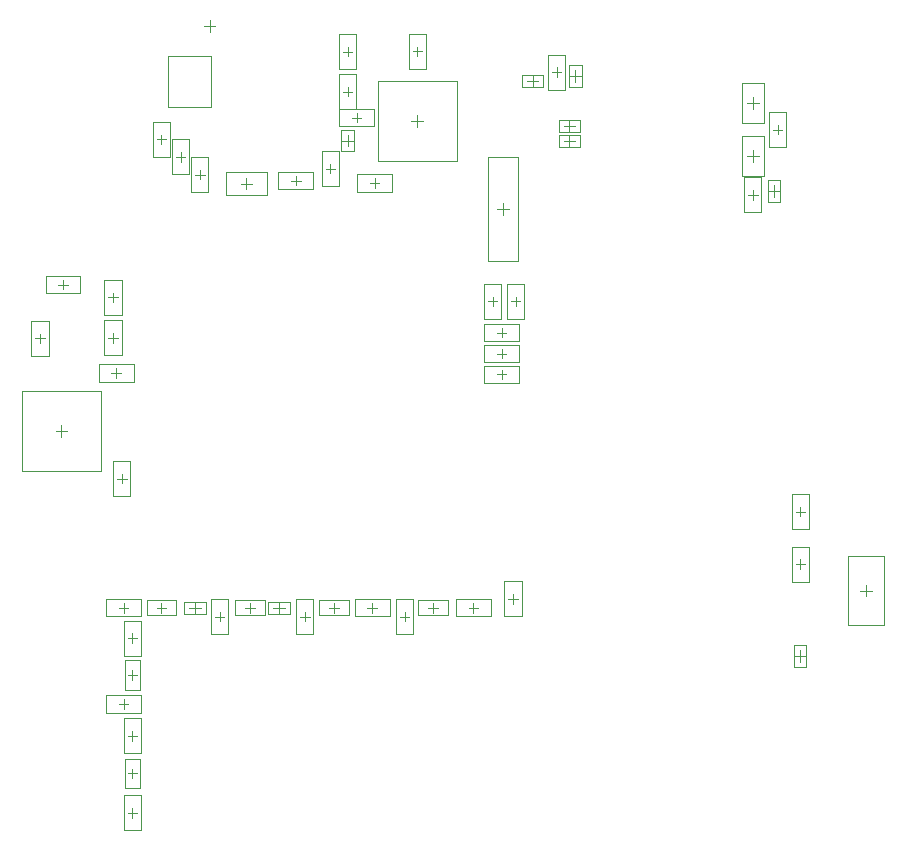
<source format=gbr>
%TF.GenerationSoftware,Altium Limited,Altium Designer,25.8.1 (18)*%
G04 Layer_Color=16711935*
%FSLAX45Y45*%
%MOMM*%
%TF.SameCoordinates,E40C52F6-B12D-486C-AAC2-1DB2447C0C70*%
%TF.FilePolarity,Positive*%
%TF.FileFunction,Other,Top_Courtyard*%
%TF.Part,Single*%
G01*
G75*
%TA.AperFunction,NonConductor*%
%ADD64C,0.10000*%
%ADD109C,0.05000*%
D64*
X5231701Y7037926D02*
Y7117926D01*
X5191701Y7077926D02*
X5271701D01*
X4934500Y7055326D02*
X5119300D01*
Y6950526D02*
Y7055326D01*
X4934500Y6950526D02*
Y7055326D01*
Y6950526D02*
X5119300D01*
X5026900Y6952926D02*
Y7052926D01*
X4976900Y7002926D02*
X5076900D01*
X4883473Y5096101D02*
Y5176101D01*
X4843473Y5136101D02*
X4923473D01*
X4689890Y5096101D02*
Y5176101D01*
X4649890Y5136101D02*
X4729890D01*
X1524400Y2542800D02*
X1604400D01*
X1564400Y2502800D02*
Y2582800D01*
X4486900Y2542800D02*
X4566900D01*
X4526900Y2502800D02*
Y2582800D01*
X3099400Y2427800D02*
Y2507800D01*
X3059401Y2467800D02*
X3139400D01*
X2077100Y2595200D02*
X2261899D01*
Y2490400D02*
Y2595200D01*
X2077100Y2490400D02*
Y2595200D01*
Y2490400D02*
X2261899D01*
X2119499Y2542800D02*
X2219499D01*
X2169500Y2492800D02*
Y2592800D01*
X4051573Y7212732D02*
Y7292732D01*
X4011573Y7252732D02*
X4091572D01*
X7063401Y6591926D02*
X7143401D01*
X7103401Y6551926D02*
Y6631926D01*
X816651Y4824900D02*
X896650D01*
X856651Y4784900D02*
Y4864900D01*
X1434550Y4827400D02*
X1514550D01*
X1474550Y4787400D02*
Y4867400D01*
X1434550Y5170300D02*
X1514550D01*
X1474550Y5130300D02*
Y5210300D01*
X1051901Y5237801D02*
Y5317800D01*
X1011901Y5277800D02*
X1091901D01*
X1549400Y3595800D02*
Y3675800D01*
X1509400Y3635800D02*
X1589400D01*
X1501900Y4490300D02*
Y4570300D01*
X1461900Y4530300D02*
X1541900D01*
X4724890Y4518112D02*
X4804890D01*
X4764890Y4478112D02*
Y4558112D01*
X4724890Y4693494D02*
X4804890D01*
X4764890Y4653494D02*
Y4733494D01*
X4724890Y4871823D02*
X4804890D01*
X4764890Y4831823D02*
Y4911823D01*
X7021001Y5976526D02*
Y6161326D01*
X7125801D01*
X7021001Y5976526D02*
X7125801D01*
Y6161326D01*
X7073401Y6018926D02*
Y6118926D01*
X7023401Y6068926D02*
X7123401D01*
X6891887Y5998926D02*
Y6078926D01*
X6851887Y6038926D02*
X6931887D01*
X5442400Y6955526D02*
Y7140326D01*
X5337600Y6955526D02*
X5442400D01*
X5337600Y7140326D02*
X5442400D01*
X5337600Y6955526D02*
Y7140326D01*
X5390000Y6997926D02*
Y7097926D01*
X5340000Y7047926D02*
X5440000D01*
X5340000Y6571926D02*
Y6671926D01*
X5290000Y6621926D02*
X5390000D01*
X5247600Y6674326D02*
X5432400D01*
Y6569526D02*
Y6674326D01*
X5247600Y6569526D02*
Y6674326D01*
Y6569526D02*
X5432400D01*
X5340000Y6444926D02*
Y6544926D01*
X5290000Y6494926D02*
X5390000D01*
X5247600Y6547326D02*
X5432400D01*
Y6442526D02*
Y6547326D01*
X5247600Y6442526D02*
Y6547326D01*
Y6442526D02*
X5432400D01*
X6892379Y6764858D02*
Y6864858D01*
X6842379Y6814858D02*
X6942379D01*
X6892379Y6317926D02*
Y6417926D01*
X6842379Y6367926D02*
X6942379D01*
X3649766Y6138781D02*
X3729766D01*
X3689766Y6098782D02*
Y6178781D01*
X3462448Y7211656D02*
Y7291656D01*
X3422448Y7251656D02*
X3502448D01*
X3497448Y6692357D02*
X3577448D01*
X3537448Y6652358D02*
Y6732357D01*
X2209948Y6169857D02*
Y6249857D01*
X2169948Y6209858D02*
X2249948D01*
X2605348Y6084857D02*
Y6184857D01*
X2555348Y6134857D02*
X2655348D01*
X2047448Y6319857D02*
Y6399857D01*
X2007448Y6359857D02*
X2087448D01*
X1884948Y6469857D02*
Y6549857D01*
X1844948Y6509857D02*
X1924948D01*
X2983448Y6159858D02*
X3063448D01*
X3023448Y6119858D02*
Y6199858D01*
X2292448Y7416577D02*
Y7516578D01*
X2242448Y7466578D02*
X2342448D01*
X3411198Y6498608D02*
X3511198D01*
X3461198Y6448608D02*
Y6548608D01*
X3408798Y6406208D02*
Y6591007D01*
X3513598D01*
X3408798Y6406208D02*
X3513598D01*
Y6591007D01*
X3315963Y6219858D02*
Y6299858D01*
X3275963Y6259858D02*
X3355963D01*
X3462448Y6872357D02*
Y6952357D01*
X3422448Y6912358D02*
X3502448D01*
X7346590Y2040400D02*
Y2225200D01*
X7241790Y2040400D02*
X7346590D01*
X7241790Y2225200D02*
X7346590D01*
X7241790Y2040400D02*
Y2225200D01*
X7294190Y2082800D02*
Y2182800D01*
X7244190Y2132800D02*
X7344190D01*
X7294190Y3317800D02*
Y3397800D01*
X7254190Y3357800D02*
X7334190D01*
X7294190Y2872800D02*
Y2952800D01*
X7254190Y2912800D02*
X7334190D01*
X4861155Y2577800D02*
Y2657800D01*
X4821155Y2617800D02*
X4901155D01*
X4144401Y2542800D02*
X4224401D01*
X4184401Y2502800D02*
Y2582800D01*
X3944401Y2427800D02*
Y2507800D01*
X3904401Y2467800D02*
X3984400D01*
X3629381Y2542800D02*
X3709381D01*
X3669381Y2502800D02*
Y2582800D01*
X3304401Y2542800D02*
X3384401D01*
X3344400Y2502800D02*
Y2582800D01*
X2789500Y2595200D02*
X2974300D01*
Y2490400D02*
Y2595200D01*
X2789500Y2490400D02*
Y2595200D01*
Y2490400D02*
X2974300D01*
X2831900Y2542800D02*
X2931900D01*
X2881900Y2492800D02*
Y2592800D01*
X2596901Y2542800D02*
X2676901D01*
X2636901Y2502800D02*
Y2582800D01*
X2377929Y2427800D02*
Y2507800D01*
X2337929Y2467800D02*
X2417929D01*
X1845000Y2542800D02*
X1925000D01*
X1885000Y2502800D02*
Y2582800D01*
X1639400Y2245300D02*
Y2325300D01*
X1599400Y2285300D02*
X1679400D01*
X1639400Y1932800D02*
Y2012800D01*
X1599400Y1972800D02*
X1679400D01*
X1524400Y1727800D02*
X1604400D01*
X1564400Y1687800D02*
Y1767800D01*
X1639400Y1417800D02*
Y1497800D01*
X1599400Y1457800D02*
X1679400D01*
X1639400Y1100300D02*
Y1180300D01*
X1599400Y1140300D02*
X1679400D01*
X1639400Y765623D02*
Y845623D01*
X1599400Y805623D02*
X1679400D01*
D109*
X5158801Y6930026D02*
X5304601D01*
Y7225826D01*
X5158801D02*
X5304601D01*
X5158801Y6930026D02*
Y7225826D01*
X4810573Y5284001D02*
X4956373D01*
X4810573Y4988201D02*
Y5284001D01*
Y4988201D02*
X4956373D01*
Y5284001D01*
X4616990Y4988201D02*
X4762790D01*
Y5284001D01*
X4616990D02*
X4762790D01*
X4616990Y4988201D02*
Y5284001D01*
X1416500Y2469900D02*
Y2615700D01*
Y2469900D02*
X1712300D01*
Y2615700D01*
X1416500D02*
X1712300D01*
X4674800Y2469900D02*
Y2615700D01*
X4379000D02*
X4674800D01*
X4379000Y2469900D02*
Y2615700D01*
Y2469900D02*
X4674800D01*
X3026500Y2319900D02*
X3172300D01*
Y2615700D01*
X3026500D02*
X3172300D01*
X3026500Y2319900D02*
Y2615700D01*
X3978673Y7104832D02*
X4124473D01*
Y7400632D01*
X3978673D02*
X4124473D01*
X3978673Y7104832D02*
Y7400632D01*
X7030501Y6444026D02*
Y6739826D01*
X7176301D01*
Y6444026D02*
Y6739826D01*
X7030501Y6444026D02*
X7176301D01*
X783751Y4677000D02*
Y4972800D01*
X929551D01*
Y4677000D02*
Y4972800D01*
X783751Y4677000D02*
X929551D01*
X703595Y4380800D02*
X1373595D01*
X703595Y3700800D02*
Y4380800D01*
Y3700800D02*
X1373595D01*
Y4380800D01*
X988595Y4040800D02*
X1088595D01*
X1038595Y3990800D02*
Y4090800D01*
X1401650Y4679500D02*
Y4975300D01*
X1547450D01*
Y4679500D02*
Y4975300D01*
X1401650Y4679500D02*
X1547450D01*
Y5022400D02*
Y5318200D01*
X1401650Y5022400D02*
X1547450D01*
X1401650D02*
Y5318200D01*
X1547450D01*
X904001Y5204900D02*
X1199801D01*
X904001D02*
Y5350700D01*
X1199801D01*
Y5204900D02*
Y5350700D01*
X1476500Y3783700D02*
X1622300D01*
X1476500Y3487900D02*
Y3783700D01*
Y3487900D02*
X1622300D01*
Y3783700D01*
X1354000Y4603200D02*
X1649800D01*
Y4457400D02*
Y4603200D01*
X1354000Y4457400D02*
X1649800D01*
X1354000D02*
Y4603200D01*
X7851319Y2638901D02*
Y2738901D01*
X7801319Y2688901D02*
X7901318D01*
X7696818Y2399901D02*
X8005819D01*
Y2977901D01*
X7696818D02*
X8005819D01*
X7696818Y2399901D02*
Y2977901D01*
X4912790Y4445212D02*
Y4591012D01*
X4616990D02*
X4912790D01*
X4616990Y4445212D02*
Y4591012D01*
Y4445212D02*
X4912790D01*
Y4620594D02*
Y4766394D01*
X4616990D02*
X4912790D01*
X4616990Y4620594D02*
Y4766394D01*
Y4620594D02*
X4912790D01*
Y4798923D02*
Y4944723D01*
X4616990D02*
X4912790D01*
X4616990Y4798923D02*
Y4944723D01*
Y4798923D02*
X4912790D01*
X6818987Y6186826D02*
X6964787D01*
X6818987Y5891026D02*
Y6186826D01*
Y5891026D02*
X6964787D01*
Y6186826D01*
X6987779Y6644458D02*
Y6985258D01*
X6796979D02*
X6987779D01*
X6796979Y6644458D02*
Y6985258D01*
Y6644458D02*
X6987779D01*
X6796979Y6197526D02*
Y6538326D01*
Y6197526D02*
X6987779D01*
Y6538326D01*
X6796979D02*
X6987779D01*
X3837666Y6065881D02*
Y6211682D01*
X3541866D02*
X3837666D01*
X3541866Y6065881D02*
Y6211682D01*
Y6065881D02*
X3837666D01*
X3389548Y7103756D02*
X3535348D01*
Y7399556D01*
X3389548D02*
X3535348D01*
X3389548Y7103756D02*
Y7399556D01*
X3685348Y6619457D02*
Y6765257D01*
X3389548D02*
X3685348D01*
X3389548Y6619457D02*
Y6765257D01*
Y6619457D02*
X3685348D01*
X2137048Y6061957D02*
X2282848D01*
Y6357757D01*
X2137048D02*
X2282848D01*
X2137048Y6061957D02*
Y6357757D01*
X2775748Y6039457D02*
Y6230258D01*
X2434948Y6039457D02*
X2775748D01*
X2434948D02*
Y6230258D01*
X2775748D01*
X1974548Y6211957D02*
X2120348D01*
Y6507757D01*
X1974548D02*
X2120348D01*
X1974548Y6211957D02*
Y6507757D01*
X1812048Y6361957D02*
X1957848D01*
Y6657757D01*
X1812048D02*
X1957848D01*
X1812048Y6361957D02*
Y6657757D01*
X2307448Y6784357D02*
Y7214357D01*
X1942448Y6784357D02*
X2307448D01*
X1942448D02*
Y7214357D01*
X2307448D01*
X2875548Y6086958D02*
Y6232758D01*
Y6086958D02*
X3171348D01*
Y6232758D01*
X2875548D02*
X3171348D01*
X3243063Y6111958D02*
X3388863D01*
Y6407758D01*
X3243063D02*
X3388863D01*
X3243063Y6111958D02*
Y6407758D01*
X3389548Y6764457D02*
X3535348D01*
Y7060257D01*
X3389548D02*
X3535348D01*
X3389548Y6764457D02*
Y7060257D01*
X7221290Y3209900D02*
X7367090D01*
Y3505700D01*
X7221290D02*
X7367090D01*
X7221290Y3209900D02*
Y3505700D01*
Y2764900D02*
X7367090D01*
Y3060700D01*
X7221290D02*
X7367090D01*
X7221290Y2764900D02*
Y3060700D01*
X4788255Y2765700D02*
X4934055D01*
X4788255Y2469900D02*
Y2765700D01*
Y2469900D02*
X4934055D01*
Y2765700D01*
X4059001Y2607800D02*
X4309801D01*
X4059001Y2477800D02*
Y2607800D01*
X4309801Y2477800D02*
Y2607800D01*
X4059001Y2477800D02*
X4309801D01*
X3871501Y2319900D02*
X4017301D01*
Y2615700D01*
X3871501D02*
X4017301D01*
X3871501Y2319900D02*
Y2615700D01*
X3817281Y2469900D02*
Y2615700D01*
X3521481D02*
X3817281D01*
X3521481Y2469900D02*
Y2615700D01*
Y2469900D02*
X3817281D01*
X3219001Y2607800D02*
X3469801D01*
X3219001Y2477800D02*
Y2607800D01*
X3469801Y2477800D02*
Y2607800D01*
X3219001Y2477800D02*
X3469801D01*
X2511501Y2607800D02*
X2762301D01*
X2511501Y2477800D02*
Y2607800D01*
X2762301Y2477800D02*
Y2607800D01*
X2511501Y2477800D02*
X2762301D01*
X2305029Y2319900D02*
X2450829D01*
Y2615700D01*
X2305029D02*
X2450829D01*
X2305029Y2319900D02*
Y2615700D01*
X1759600Y2607800D02*
X2010400D01*
X1759600Y2477800D02*
Y2607800D01*
X2010400Y2477800D02*
Y2607800D01*
X1759600Y2477800D02*
X2010400D01*
X1566500Y2433200D02*
X1712300D01*
X1566500Y2137400D02*
Y2433200D01*
Y2137400D02*
X1712300D01*
Y2433200D01*
X1574400Y1847400D02*
Y2098200D01*
Y1847400D02*
X1704400D01*
X1574400Y2098200D02*
X1704400D01*
Y1847400D02*
Y2098200D01*
X1416500Y1654900D02*
Y1800700D01*
Y1654900D02*
X1712300D01*
Y1800700D01*
X1416500D02*
X1712300D01*
X1566500Y1605700D02*
X1712300D01*
X1566500Y1309900D02*
Y1605700D01*
Y1309900D02*
X1712300D01*
Y1605700D01*
X1574400Y1014900D02*
Y1265700D01*
Y1014900D02*
X1704400D01*
X1574400Y1265700D02*
X1704400D01*
Y1014900D02*
Y1265700D01*
X1566500Y657723D02*
X1712300D01*
Y953523D01*
X1566500D02*
X1712300D01*
X1566500Y657723D02*
Y953523D01*
X3716572Y6324857D02*
X4386573D01*
Y7004857D01*
X3716572D02*
X4386573D01*
X3716572Y6324857D02*
Y7004857D01*
X4001573Y6664857D02*
X4101572D01*
X4051573Y6614857D02*
Y6714857D01*
X4647201Y5477500D02*
X4902201D01*
Y6357500D01*
X4647201D02*
X4902201D01*
X4647201Y5477500D02*
Y6357500D01*
X4774701Y5867500D02*
Y5967500D01*
X4724701Y5917500D02*
X4824701D01*
%TF.MD5,91e049fe4e46c1c5ac59c440d212d006*%
M02*

</source>
